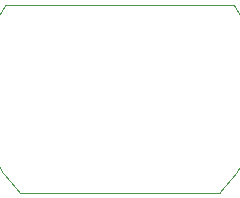
<source format=gbr>
G04 #@! TF.GenerationSoftware,KiCad,Pcbnew,(5.1.4)-1*
G04 #@! TF.CreationDate,2020-05-05T22:33:11+03:00*
G04 #@! TF.ProjectId,Single_Transitor_Amp,53696e67-6c65-45f5-9472-616e7369746f,V1.0*
G04 #@! TF.SameCoordinates,Original*
G04 #@! TF.FileFunction,Profile,NP*
%FSLAX46Y46*%
G04 Gerber Fmt 4.6, Leading zero omitted, Abs format (unit mm)*
G04 Created by KiCad (PCBNEW (5.1.4)-1) date 2020-05-05 22:33:11*
%MOMM*%
%LPD*%
G04 APERTURE LIST*
%ADD10C,0.050000*%
G04 APERTURE END LIST*
D10*
X102685733Y-117834348D02*
G75*
G02X101490000Y-101950000I8464267J8624348D01*
G01*
X120810421Y-101948817D02*
G75*
G02X119610000Y-117840000I-9660421J-7261183D01*
G01*
X102685733Y-117834348D02*
X119610000Y-117840000D01*
X120810837Y-101949371D02*
X101490000Y-101950000D01*
M02*

</source>
